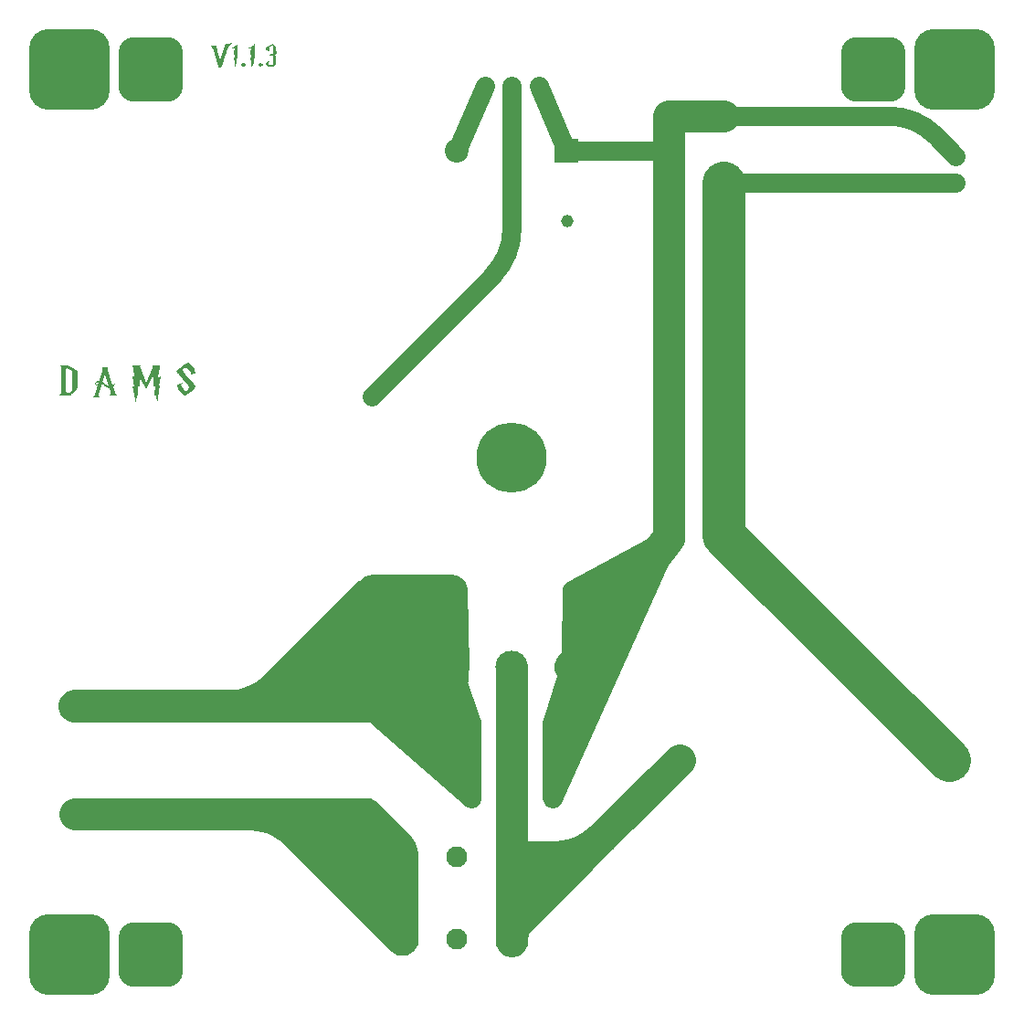
<source format=gtl>
G04*
G04 #@! TF.GenerationSoftware,Altium Limited,Altium Designer,24.0.1 (36)*
G04*
G04 Layer_Physical_Order=1*
G04 Layer_Color=16711833*
%FSLAX44Y44*%
%MOMM*%
G71*
G04*
G04 #@! TF.SameCoordinates,D455C0F4-C0DA-4954-B017-65243BD5B9B1*
G04*
G04*
G04 #@! TF.FilePolarity,Positive*
G04*
G01*
G75*
%ADD10C,0.2540*%
%ADD30C,1.8000*%
%ADD31C,3.0000*%
%ADD32C,4.0000*%
%ADD33C,1.7000*%
%ADD34R,2.4007X0.7200*%
%ADD35C,2.2000*%
%ADD36R,2.2000X2.2000*%
%ADD37C,2.2700*%
%ADD38C,1.9500*%
%ADD39C,1.5400*%
%ADD40C,3.0000*%
%ADD41R,3.0000X3.0000*%
%ADD42C,6.5000*%
%ADD43C,1.5240*%
%ADD44O,1.8000X3.8000*%
%ADD45O,3.8000X1.8000*%
%ADD46C,1.2500*%
%ADD47C,1.3600*%
%ADD48C,1.1500*%
%ADD49C,1.6000*%
%ADD50C,1.4500*%
G04:AMPARAMS|DCode=51|XSize=6mm|YSize=6mm|CornerRadius=1.5mm|HoleSize=0mm|Usage=FLASHONLY|Rotation=0.000|XOffset=0mm|YOffset=0mm|HoleType=Round|Shape=RoundedRectangle|*
%AMROUNDEDRECTD51*
21,1,6.0000,3.0000,0,0,0.0*
21,1,3.0000,6.0000,0,0,0.0*
1,1,3.0000,1.5000,-1.5000*
1,1,3.0000,-1.5000,-1.5000*
1,1,3.0000,-1.5000,1.5000*
1,1,3.0000,1.5000,1.5000*
%
%ADD51ROUNDEDRECTD51*%
G04:AMPARAMS|DCode=52|XSize=7.5mm|YSize=7.5mm|CornerRadius=1.875mm|HoleSize=0mm|Usage=FLASHONLY|Rotation=0.000|XOffset=0mm|YOffset=0mm|HoleType=Round|Shape=RoundedRectangle|*
%AMROUNDEDRECTD52*
21,1,7.5000,3.7500,0,0,0.0*
21,1,3.7500,7.5000,0,0,0.0*
1,1,3.7500,1.8750,-1.8750*
1,1,3.7500,-1.8750,-1.8750*
1,1,3.7500,-1.8750,1.8750*
1,1,3.7500,1.8750,1.8750*
%
%ADD52ROUNDEDRECTD52*%
G36*
X319377Y184427D02*
X322107Y183296D01*
X324564Y181654D01*
X325609Y180609D01*
X325609Y180609D01*
X354342Y151876D01*
X355417Y150801D01*
X357346Y148452D01*
X359034Y145924D01*
X360467Y143244D01*
X361630Y140435D01*
X362513Y137526D01*
X363106Y134545D01*
X363404Y131520D01*
Y130000D01*
Y53800D01*
Y52322D01*
X362827Y49423D01*
X361696Y46693D01*
X360054Y44236D01*
X357964Y42146D01*
X355507Y40504D01*
X352776Y39373D01*
X349878Y38796D01*
X346922D01*
X344024Y39373D01*
X341293Y40504D01*
X338836Y42146D01*
X337791Y43191D01*
X239551Y141430D01*
X239549Y141432D01*
X239545Y141437D01*
X239541Y141441D01*
X239536Y141445D01*
X239534Y141447D01*
X239534Y141447D01*
X237888Y143013D01*
X234375Y145893D01*
X230598Y148415D01*
X226591Y150555D01*
X222394Y152292D01*
X218047Y153610D01*
X213592Y154495D01*
X209071Y154941D01*
X206800Y154996D01*
X205322D01*
X202423Y155573D01*
X199693Y156704D01*
X197236Y158346D01*
X195146Y160436D01*
X193504Y162893D01*
X192373Y165623D01*
X191796Y168522D01*
Y171478D01*
X192373Y174376D01*
X193504Y177107D01*
X195146Y179564D01*
X197236Y181654D01*
X199693Y183296D01*
X202423Y184427D01*
X205322Y185004D01*
X208391D01*
X211569Y184871D01*
X214740Y184606D01*
X217897Y184210D01*
X219465Y183946D01*
Y183946D01*
X220124Y184207D01*
X221486Y184604D01*
X222879Y184870D01*
X224291Y185004D01*
X316478D01*
X319377Y184427D01*
D02*
G37*
G36*
X398318Y391443D02*
X401017Y390341D01*
X403454Y388741D01*
X405537Y386702D01*
X407189Y384300D01*
X408347Y381625D01*
X408969Y378777D01*
X409000Y377320D01*
X409000Y377320D01*
X410500Y306920D01*
X410501Y306880D01*
X410503Y306800D01*
X410503Y306720D01*
X410504Y306640D01*
Y306600D01*
Y305378D01*
X410108Y302967D01*
X409328Y300652D01*
X408184Y298493D01*
X407445Y297521D01*
X407445Y297521D01*
X419651Y260471D01*
X420099Y259886D01*
X420792Y258586D01*
X421264Y257190D01*
X421504Y255737D01*
Y255000D01*
Y185000D01*
Y183703D01*
X420771Y181214D01*
X419366Y179033D01*
X417403Y177337D01*
X415040Y176265D01*
X412471Y175903D01*
X409904Y176281D01*
X407549Y177369D01*
X406572Y178223D01*
X406572D01*
X319594Y254049D01*
X319469Y254159D01*
X319226Y254387D01*
X318992Y254624D01*
X318766Y254869D01*
X318658Y254996D01*
X43522D01*
X40623Y255573D01*
X37893Y256704D01*
X35436Y258346D01*
X33346Y260436D01*
X31704Y262893D01*
X30573Y265623D01*
X29996Y268522D01*
Y271478D01*
X30573Y274376D01*
X31704Y277107D01*
X33346Y279564D01*
X35436Y281654D01*
X37893Y283296D01*
X40623Y284427D01*
X43522Y285004D01*
X187600D01*
X189871Y285060D01*
X194392Y285504D01*
X198847Y286390D01*
X203194Y287708D01*
X207391Y289445D01*
X211398Y291585D01*
X215175Y294107D01*
X218688Y296987D01*
X220334Y298553D01*
X220336Y298555D01*
X220341Y298559D01*
X220345Y298563D01*
X220349Y298568D01*
X220351Y298570D01*
Y298570D01*
X306008Y384227D01*
X306534Y384752D01*
X307683Y385694D01*
X308919Y386517D01*
X310231Y387215D01*
X310918Y387497D01*
X310918Y387497D01*
X311966Y388567D01*
X314443Y390251D01*
X317205Y391412D01*
X320141Y392004D01*
X395458D01*
X398318Y391443D01*
D02*
G37*
G36*
X434996Y52500D02*
Y128750D01*
Y128828D01*
X434998Y128984D01*
X435001Y129141D01*
X435006Y129297D01*
X435009Y129375D01*
X434946Y130891D01*
X435429Y133887D01*
X436502Y136725D01*
X438122Y139291D01*
X440222Y141481D01*
X442719Y143206D01*
X445510Y144396D01*
X448483Y145004D01*
X450000D01*
D01*
X489600D01*
X491870Y145059D01*
X496389Y145504D01*
X500843Y146389D01*
X505189Y147706D01*
X509384Y149442D01*
X513390Y151580D01*
X517167Y154101D01*
X520679Y156979D01*
X522325Y158544D01*
D01*
X522351Y158570D01*
X523396Y159615D01*
X525854Y161257D01*
X528584Y162388D01*
X531483Y162964D01*
X534438D01*
X537337Y162388D01*
X540067Y161257D01*
X542525Y159615D01*
X544615Y157525D01*
X546257Y155068D01*
X547388Y152337D01*
X547964Y149438D01*
Y147961D01*
Y146483D01*
X547388Y143584D01*
X546257Y140854D01*
X544615Y138396D01*
X543570Y137351D01*
X543570D01*
X468529Y62310D01*
X468139Y61921D01*
X467305Y61201D01*
X466420Y60544D01*
X465490Y59954D01*
X465004Y59693D01*
Y59694D01*
Y52500D01*
Y51022D01*
X464427Y48123D01*
X463296Y45393D01*
X461654Y42936D01*
X459564Y40846D01*
X457107Y39204D01*
X454376Y38073D01*
X451478Y37496D01*
X448522D01*
X445624Y38073D01*
X442893Y39204D01*
X440436Y40846D01*
X438346Y42936D01*
X436704Y45393D01*
X435573Y48123D01*
X434996Y51022D01*
Y52500D01*
D01*
D02*
G37*
G36*
X478496Y185000D02*
Y255000D01*
Y255358D01*
X478553Y256073D01*
X478667Y256781D01*
X478836Y257477D01*
X478948Y257817D01*
Y257817D01*
X492193Y298018D01*
X491516Y298988D01*
X490484Y301117D01*
X489798Y303382D01*
X489475Y305725D01*
X489524Y308090D01*
X489942Y310419D01*
X490721Y312653D01*
X491839Y314738D01*
X492555Y315680D01*
X492555D01*
X495778Y319919D01*
X496998Y377192D01*
X497024Y378382D01*
X497691Y380667D01*
X498929Y382700D01*
X500653Y384341D01*
X501698Y384910D01*
D01*
X576001Y425457D01*
X583505Y435330D01*
X584451Y436574D01*
X586816Y438620D01*
X589551Y440134D01*
X592540Y441052D01*
X595654Y441334D01*
X598759Y440968D01*
X601722Y439969D01*
X604416Y438382D01*
X606724Y436273D01*
X608548Y433733D01*
X609809Y430873D01*
X610454Y427813D01*
Y426250D01*
Y425028D01*
X610059Y422617D01*
X609278Y420302D01*
X608134Y418143D01*
X607395Y417170D01*
Y417170D01*
X594221Y399840D01*
X495708Y181300D01*
X495288Y180366D01*
X494048Y178736D01*
X492474Y177425D01*
X490646Y176502D01*
X488657Y176012D01*
X486609Y175982D01*
X484606Y176413D01*
X482752Y177282D01*
X481140Y178545D01*
X479853Y180138D01*
X478956Y181980D01*
X478496Y183976D01*
Y185000D01*
D01*
D02*
G37*
G36*
X190301Y884406D02*
X190226Y884350D01*
X190095Y884256D01*
X189945Y884125D01*
X189739Y883956D01*
X189514Y883769D01*
X189270Y883544D01*
X189008Y883281D01*
X188726Y882982D01*
X188426Y882663D01*
X188127Y882326D01*
X187845Y881951D01*
X187546Y881557D01*
X187264Y881126D01*
X187002Y880695D01*
X186758Y880226D01*
Y880207D01*
X186721Y880170D01*
X186683Y880076D01*
X186627Y879964D01*
X186571Y879795D01*
X186477Y879589D01*
X186383Y879345D01*
X186271Y879064D01*
X186140Y878708D01*
X186008Y878333D01*
X185858Y877883D01*
X185690Y877396D01*
X185521Y876852D01*
X185315Y876233D01*
X185127Y875577D01*
X184902Y874846D01*
X181472Y863074D01*
X181453D01*
X181435Y863055D01*
X181378Y863018D01*
X181303Y862980D01*
X181172Y862906D01*
X181003Y862812D01*
X180779Y862681D01*
X180741Y862662D01*
X180666Y862624D01*
X180535Y862549D01*
X180385Y862474D01*
X180216Y862399D01*
X180029Y862324D01*
X179860Y862287D01*
X179691Y862268D01*
X179579D01*
X179466Y862249D01*
X179298Y862231D01*
X179091Y862212D01*
X178867Y862175D01*
X178604Y862118D01*
X178323Y862043D01*
X178023Y861968D01*
X177704Y861856D01*
X177386Y861725D01*
X177067Y861575D01*
X176767Y861406D01*
X176448Y861200D01*
X176167Y860956D01*
X175886Y860694D01*
Y860712D01*
X175905Y860731D01*
X175942Y860769D01*
X175961Y860787D01*
X175980Y860806D01*
X176036Y860862D01*
X176092Y860937D01*
X176280Y861143D01*
X176523Y861406D01*
X176823Y861725D01*
X177198Y862081D01*
X177610Y862456D01*
X178060Y862868D01*
X174555Y874846D01*
Y874865D01*
X174536Y874884D01*
X174518Y874996D01*
X174461Y875165D01*
X174405Y875390D01*
X174311Y875652D01*
X174236Y875952D01*
X174124Y876271D01*
X174030Y876608D01*
X173824Y877302D01*
X173711Y877639D01*
X173618Y877939D01*
X173524Y878220D01*
X173449Y878464D01*
X173374Y878670D01*
X173318Y878801D01*
X173299Y878820D01*
X173280Y878895D01*
X173224Y879026D01*
X173130Y879176D01*
X173037Y879364D01*
X172924Y879570D01*
X172793Y879814D01*
X172624Y880057D01*
X172268Y880582D01*
X171837Y881088D01*
X171593Y881313D01*
X171331Y881538D01*
X171068Y881726D01*
X170787Y881876D01*
X170750Y881894D01*
X170712Y881913D01*
X170637Y881951D01*
X170544Y882007D01*
X170431Y882063D01*
X170281Y882157D01*
X170094Y882251D01*
X170000Y882307D01*
X170056D01*
X170112Y882288D01*
X170187D01*
X170281Y882269D01*
X170412D01*
X170694Y882232D01*
X171050Y882194D01*
X171443Y882157D01*
X171875Y882119D01*
X172343Y882063D01*
X173318Y881988D01*
X173824Y881951D01*
X174293Y881932D01*
X174743Y881913D01*
X175174Y881894D01*
X175549D01*
X175886Y881913D01*
X178042Y874115D01*
X178060Y874078D01*
X178079Y873984D01*
X178117Y873815D01*
X178192Y873609D01*
X178267Y873347D01*
X178360Y873028D01*
X178454Y872672D01*
X178566Y872278D01*
X178679Y871847D01*
X178810Y871397D01*
X178960Y870910D01*
X179091Y870422D01*
X179391Y869373D01*
X179691Y868323D01*
X184340Y884050D01*
X184452D01*
X184546Y884031D01*
X184809D01*
X184977Y884013D01*
X185596D01*
X185840Y884031D01*
X186102D01*
X186683Y884069D01*
X187321Y884125D01*
X190320Y884425D01*
X190301Y884406D01*
D02*
G37*
G36*
X211558Y870629D02*
X210677Y872259D01*
X210583Y872466D01*
X210715Y865249D01*
X209946Y866636D01*
X209440Y860000D01*
X207753Y871397D01*
X208596Y870741D01*
X207678Y877602D01*
X208859Y877002D01*
X208615Y879495D01*
X205128Y879870D01*
X205147D01*
X205185Y879889D01*
X205260Y879926D01*
X205353Y879982D01*
X205485Y880039D01*
X205635Y880095D01*
X205785Y880170D01*
X205972Y880264D01*
X206384Y880470D01*
X206872Y880714D01*
X207378Y880976D01*
X207922Y881276D01*
X208465Y881576D01*
X209009Y881913D01*
X209552Y882269D01*
X210040Y882626D01*
X210508Y882982D01*
X210902Y883356D01*
X211089Y883525D01*
X211239Y883713D01*
X211371Y883900D01*
X211483Y884069D01*
X211558Y870629D01*
D02*
G37*
G36*
X195943D02*
X195062Y872259D01*
X194969Y872466D01*
X195100Y865249D01*
X194331Y866636D01*
X193825Y860000D01*
X192138Y871397D01*
X192982Y870741D01*
X192063Y877602D01*
X193244Y877002D01*
X193000Y879495D01*
X189514Y879870D01*
X189533D01*
X189570Y879889D01*
X189645Y879926D01*
X189739Y879982D01*
X189870Y880039D01*
X190020Y880095D01*
X190170Y880170D01*
X190357Y880264D01*
X190770Y880470D01*
X191257Y880714D01*
X191763Y880976D01*
X192307Y881276D01*
X192850Y881576D01*
X193394Y881913D01*
X193938Y882269D01*
X194425Y882626D01*
X194894Y882982D01*
X195287Y883356D01*
X195475Y883525D01*
X195625Y883713D01*
X195756Y883900D01*
X195868Y884069D01*
X195943Y870629D01*
D02*
G37*
G36*
X231578Y880676D02*
X231728Y875034D01*
X229928Y873497D01*
X231578Y871734D01*
Y864124D01*
X228279Y862381D01*
X228166D01*
X223911Y862606D01*
X221699Y865455D01*
Y865474D01*
X221737Y865549D01*
X221774Y865642D01*
X221831Y865773D01*
X221905Y865923D01*
X222018Y866111D01*
X222168Y866298D01*
X222337Y866505D01*
X222543Y866730D01*
X222787Y866936D01*
X223086Y867142D01*
X223424Y867329D01*
X223799Y867517D01*
X224230Y867685D01*
X224717Y867817D01*
X225261Y867929D01*
X225242Y867911D01*
X225223Y867873D01*
X225167Y867817D01*
X225092Y867723D01*
X224942Y867498D01*
X224755Y867254D01*
X224548Y866973D01*
X224399Y866711D01*
X224267Y866505D01*
X224249Y866411D01*
X224230Y866355D01*
Y866336D01*
Y866298D01*
X224249Y866242D01*
X224267Y866148D01*
X224342Y865923D01*
X224399Y865792D01*
X224492Y865661D01*
X225373Y864068D01*
X228054Y864255D01*
X228673Y865024D01*
X228335Y872859D01*
X225261D01*
X225673Y874396D01*
X228054Y874528D01*
X228673Y875296D01*
X228298Y882326D01*
X224905Y881013D01*
X224998Y879814D01*
X224980Y879776D01*
X224961Y879682D01*
X224923Y879532D01*
X224905Y879345D01*
Y879326D01*
Y879289D01*
Y879233D01*
X224923Y879158D01*
X224942Y879045D01*
X224961Y878933D01*
X225055Y878652D01*
X225205Y878314D01*
X225298Y878145D01*
X225411Y877958D01*
X225561Y877770D01*
X225730Y877564D01*
X225917Y877377D01*
X226123Y877189D01*
X226104D01*
X226067Y877208D01*
X225992D01*
X225898Y877227D01*
X225767Y877246D01*
X225636Y877264D01*
X225317Y877339D01*
X224980Y877396D01*
X224605Y877470D01*
X224249Y877564D01*
X223930Y877639D01*
X223911D01*
X223855Y877658D01*
X223780Y877677D01*
X223686Y877714D01*
X223555Y877752D01*
X223405Y877789D01*
X223086Y877902D01*
X222712Y878052D01*
X222355Y878202D01*
X221999Y878389D01*
X221849Y878502D01*
X221699Y878595D01*
Y880732D01*
X225036Y882401D01*
X228841Y883919D01*
X231578Y880676D01*
D02*
G37*
G36*
X217707Y866148D02*
X217800Y866017D01*
X217894Y865886D01*
X218006Y865792D01*
X218213Y865642D01*
X218438Y865530D01*
X218625Y865474D01*
X218794Y865455D01*
X218944D01*
X219112Y864012D01*
X218888Y863993D01*
X218700Y863955D01*
X218513Y863880D01*
X218363Y863824D01*
X218250Y863749D01*
X218156Y863674D01*
X218100Y863637D01*
X218081Y863618D01*
X217950Y863468D01*
X217857Y863299D01*
X217800Y863130D01*
X217763Y862962D01*
Y862831D01*
Y862718D01*
Y862624D01*
Y862606D01*
X216001Y862681D01*
X215944Y862887D01*
X215851Y863055D01*
X215776Y863224D01*
X215682Y863355D01*
X215588Y863468D01*
X215476Y863562D01*
X215288Y863693D01*
X215101Y863786D01*
X214951Y863824D01*
X214839Y863843D01*
X214801D01*
X214688Y865155D01*
X214932D01*
X215138Y865174D01*
X215307Y865211D01*
X215438Y865267D01*
X215532Y865305D01*
X215588Y865342D01*
X215626Y865361D01*
X215645Y865380D01*
X215701Y865436D01*
X215738Y865530D01*
X215795Y865642D01*
X215851Y865773D01*
X215888Y865886D01*
X215926Y865980D01*
X215944Y866055D01*
Y866074D01*
X217631Y866317D01*
X217707Y866148D01*
D02*
G37*
G36*
X202092D02*
X202185Y866017D01*
X202279Y865886D01*
X202392Y865792D01*
X202598Y865642D01*
X202823Y865530D01*
X203010Y865474D01*
X203179Y865455D01*
X203329D01*
X203498Y864012D01*
X203273Y863993D01*
X203085Y863955D01*
X202898Y863880D01*
X202748Y863824D01*
X202635Y863749D01*
X202542Y863674D01*
X202485Y863637D01*
X202467Y863618D01*
X202335Y863468D01*
X202242Y863299D01*
X202185Y863130D01*
X202148Y862962D01*
Y862831D01*
Y862718D01*
Y862624D01*
Y862606D01*
X200386Y862681D01*
X200330Y862887D01*
X200236Y863055D01*
X200161Y863224D01*
X200067Y863355D01*
X199974Y863468D01*
X199861Y863562D01*
X199674Y863693D01*
X199486Y863786D01*
X199336Y863824D01*
X199224Y863843D01*
X199186D01*
X199074Y865155D01*
X199317D01*
X199524Y865174D01*
X199692Y865211D01*
X199824Y865267D01*
X199917Y865305D01*
X199974Y865342D01*
X200011Y865361D01*
X200030Y865380D01*
X200086Y865436D01*
X200124Y865530D01*
X200180Y865642D01*
X200236Y865773D01*
X200273Y865886D01*
X200311Y865980D01*
X200330Y866055D01*
Y866074D01*
X202017Y866317D01*
X202092Y866148D01*
D02*
G37*
G36*
X150269Y588715D02*
X150369Y588690D01*
X150469Y588615D01*
X155493Y582567D01*
X155518Y582542D01*
X155543Y582467D01*
X155593Y582367D01*
X155668Y582217D01*
X155743Y582017D01*
X155818Y581817D01*
X156018Y581342D01*
X156218Y580842D01*
X156368Y580342D01*
X156493Y579917D01*
X156543Y579717D01*
Y579567D01*
Y579517D01*
X156518Y579417D01*
X156493Y579268D01*
X156418Y579067D01*
X156293Y578818D01*
X156118Y578568D01*
X155868Y578318D01*
X155543Y578093D01*
X151544Y577093D01*
X151494Y577368D01*
X151519Y577393D01*
X151569Y577443D01*
X151669Y577518D01*
X151794Y577643D01*
X151944Y577768D01*
X152119Y577893D01*
X152544Y578168D01*
X152569Y578193D01*
X152619Y578218D01*
X152669Y578293D01*
X152694Y578368D01*
X152744Y578493D01*
X152794Y578643D01*
X152844Y578843D01*
X152818Y578893D01*
X152744Y579043D01*
X152694Y579142D01*
X152619Y579292D01*
X152494Y579442D01*
X152369Y579642D01*
X152219Y579842D01*
X152019Y580092D01*
X151794Y580342D01*
X151519Y580642D01*
X151219Y580942D01*
X150869Y581292D01*
X150469Y581642D01*
X150019Y582042D01*
X149994Y582067D01*
X149919Y582142D01*
X149794Y582242D01*
X149619Y582392D01*
X149419Y582542D01*
X149170Y582717D01*
X148645Y583116D01*
X148095Y583491D01*
X147795Y583641D01*
X147520Y583791D01*
X147245Y583916D01*
X147020Y583991D01*
X146795Y584016D01*
X146570D01*
X146495Y583991D01*
X146395Y583916D01*
X146270Y583841D01*
X146095Y583691D01*
X145895Y583516D01*
X145695Y583266D01*
X145470Y582942D01*
X145445Y582892D01*
X145370Y582792D01*
X145271Y582617D01*
X145170Y582392D01*
X145070Y582167D01*
X144971Y581917D01*
X144896Y581667D01*
X144871Y581442D01*
Y581417D01*
Y581367D01*
X144896Y581267D01*
X144921Y581142D01*
X145021Y580817D01*
X145096Y580642D01*
X145220Y580467D01*
X145246Y580442D01*
X145345Y580317D01*
X145495Y580142D01*
X145695Y579867D01*
X145970Y579542D01*
X146295Y579142D01*
X146695Y578668D01*
X147145Y578143D01*
X147670Y577543D01*
X148245Y576868D01*
X148895Y576118D01*
X149619Y575318D01*
X150394Y574469D01*
X151219Y573519D01*
X152144Y572544D01*
X153118Y571494D01*
X153168Y571445D01*
X153293Y571320D01*
X153493Y571095D01*
X153743Y570820D01*
X154018Y570495D01*
X154368Y570120D01*
X154718Y569695D01*
X155093Y569270D01*
X155793Y568345D01*
X156143Y567895D01*
X156443Y567445D01*
X156692Y567021D01*
X156868Y566646D01*
X156993Y566321D01*
X157043Y566046D01*
Y566021D01*
Y565971D01*
X157017Y565896D01*
X156993Y565796D01*
X156943Y565671D01*
X156892Y565546D01*
X156792Y565421D01*
X156668Y565296D01*
X156218Y565196D01*
X156268Y564871D01*
X156243D01*
X156218Y564821D01*
X156143Y564771D01*
X156043Y564671D01*
X155893Y564571D01*
X155743Y564421D01*
X155518Y564271D01*
X155293Y564071D01*
X155018Y563846D01*
X154693Y563572D01*
X154318Y563297D01*
X153918Y562972D01*
X153493Y562597D01*
X152993Y562197D01*
X152444Y561772D01*
X151869Y561297D01*
X151819Y561247D01*
X151694Y561147D01*
X151469Y560972D01*
X151169Y560747D01*
X150819Y560497D01*
X150444Y560197D01*
X149994Y559897D01*
X149544Y559572D01*
X148595Y558948D01*
X148095Y558648D01*
X147645Y558398D01*
X147195Y558173D01*
X146795Y557998D01*
X146445Y557898D01*
X146145Y557848D01*
X146120D01*
X146045Y557873D01*
X145945Y557898D01*
X145870Y557973D01*
X140847Y563996D01*
Y564021D01*
X140797Y564096D01*
X140747Y564221D01*
X140672Y564371D01*
X140597Y564546D01*
X140522Y564746D01*
X140322Y565221D01*
X140122Y565721D01*
X139972Y566196D01*
X139847Y566646D01*
X139822Y566821D01*
X139797Y566971D01*
Y567021D01*
X139822Y567121D01*
X139847Y567296D01*
X139922Y567495D01*
X140022Y567745D01*
X140197Y567995D01*
X140422Y568245D01*
X140747Y568470D01*
X142171Y569345D01*
X145220Y570070D01*
X145196Y570045D01*
X145120Y569970D01*
X145021Y569870D01*
X144871Y569745D01*
X144696Y569595D01*
X144521Y569420D01*
X144096Y569070D01*
X144071Y569045D01*
X143996Y568970D01*
X143896Y568820D01*
X143796Y568670D01*
X143671Y568470D01*
X143571Y568245D01*
X143471Y567995D01*
X143421Y567745D01*
X143446Y567696D01*
X143471Y567645D01*
X143496Y567546D01*
X143546Y567445D01*
X143596Y567296D01*
X143696Y567121D01*
X143796Y566921D01*
X143921Y566696D01*
X144071Y566446D01*
X144246Y566146D01*
X144446Y565846D01*
X144671Y565496D01*
X144946Y565096D01*
X145246Y564696D01*
X145570Y564246D01*
X145595Y564221D01*
X145670Y564121D01*
X145770Y563996D01*
X145895Y563821D01*
X146070Y563621D01*
X146245Y563422D01*
X146670Y562947D01*
X147120Y562472D01*
X147345Y562247D01*
X147570Y562072D01*
X147770Y561922D01*
X147970Y561822D01*
X148120Y561772D01*
X148270D01*
Y561797D01*
X148295Y561822D01*
X148345Y561897D01*
X148395Y561997D01*
X148495Y562122D01*
X148595Y562272D01*
X148720Y562447D01*
X148845Y562647D01*
X149220Y563122D01*
X149419Y563397D01*
X149669Y563697D01*
X149919Y564021D01*
X150219Y564371D01*
X150544Y564746D01*
X150894Y565121D01*
X150597Y565053D01*
X150619Y565096D01*
X150744Y565196D01*
X150844Y565396D01*
X150869Y565496D01*
X150894Y565646D01*
Y565671D01*
Y565696D01*
X150844Y565771D01*
X150794Y565896D01*
X150719Y566071D01*
X150594Y566296D01*
X150394Y566596D01*
X150169Y566946D01*
X149844Y567396D01*
X149469Y567920D01*
X148995Y568545D01*
X148720Y568870D01*
X148420Y569245D01*
X148095Y569645D01*
X147770Y570070D01*
X147370Y570545D01*
X146970Y571020D01*
X146545Y571544D01*
X146070Y572069D01*
X145570Y572669D01*
X145045Y573269D01*
X145021Y573294D01*
X144971Y573344D01*
X144896Y573444D01*
X144796Y573569D01*
X144671Y573719D01*
X144496Y573894D01*
X144321Y574094D01*
X144121Y574319D01*
X143696Y574844D01*
X143196Y575419D01*
X142671Y576043D01*
X142121Y576693D01*
X141571Y577343D01*
X141047Y577993D01*
X140547Y578593D01*
X140122Y579168D01*
X139747Y579642D01*
X139572Y579867D01*
X139447Y580067D01*
X139347Y580217D01*
X139272Y580342D01*
X139222Y580442D01*
X139197Y580517D01*
Y580542D01*
Y580567D01*
X139222Y580692D01*
X139297Y580867D01*
X139422Y580992D01*
X140022Y581717D01*
X144471Y585266D01*
X144496D01*
X144521Y585316D01*
X144671Y585416D01*
X144871Y585591D01*
X145170Y585816D01*
X145520Y586066D01*
X145920Y586366D01*
X146345Y586691D01*
X146820Y587015D01*
X147770Y587640D01*
X148245Y587940D01*
X148695Y588190D01*
X149120Y588415D01*
X149519Y588590D01*
X149869Y588690D01*
X150144Y588740D01*
X150169D01*
X150269Y588715D01*
D02*
G37*
G36*
X124251Y586166D02*
X124176Y586091D01*
X124076Y585966D01*
X123926Y585766D01*
X123751Y585491D01*
X123651Y585316D01*
X123526Y585116D01*
X123401Y584891D01*
X123251Y584641D01*
X122076Y575144D01*
X124101Y576043D01*
X122551Y566046D01*
X124001Y567021D01*
X121102Y550400D01*
X120227Y560047D01*
X118927Y558048D01*
X119177Y568545D01*
X119027Y568220D01*
X117478Y565896D01*
X117578Y577468D01*
X110929Y563722D01*
X104806Y575269D01*
X104856Y565496D01*
X103306Y567820D01*
X103156Y568145D01*
X103406Y557648D01*
X102107Y559647D01*
X101232Y550000D01*
X98333Y566621D01*
X99782Y565646D01*
X98232Y575643D01*
X100257Y574744D01*
X99132Y584316D01*
X98657Y585141D01*
X98632Y585166D01*
X98607Y585216D01*
X98457Y585366D01*
X98208Y585541D01*
X98083Y585641D01*
X97933Y585691D01*
X98732D01*
X105131Y586191D01*
X106005Y586091D01*
X105981D01*
X105906Y586041D01*
X105806Y585966D01*
X105706Y585841D01*
X105606Y585616D01*
X105506Y585341D01*
X105456Y585141D01*
X105431Y584941D01*
X105406Y584716D01*
Y584441D01*
Y584416D01*
X105431Y584366D01*
Y584266D01*
X105481Y584166D01*
X105531Y584016D01*
X105581Y583816D01*
X105681Y583566D01*
X111004Y570070D01*
X116803Y583316D01*
Y583341D01*
X116828Y583366D01*
X116878Y583491D01*
X116953Y583666D01*
X117053Y583891D01*
X117128Y584116D01*
X117203Y584341D01*
X117253Y584516D01*
X117278Y584641D01*
Y584666D01*
Y584766D01*
Y584916D01*
Y585066D01*
Y585241D01*
Y585391D01*
X117253Y585491D01*
Y585566D01*
Y585591D01*
X117203Y585641D01*
X117153Y585741D01*
X117078Y585841D01*
X116928Y585941D01*
X116778Y586041D01*
X116553Y586141D01*
X116278Y586191D01*
X124301D01*
X124251Y586166D01*
D02*
G37*
G36*
X150594Y565046D02*
X150569D01*
X150597Y565053D01*
X150594Y565046D01*
D02*
G37*
G36*
X75988Y584441D02*
X75888Y584391D01*
X75788Y584266D01*
X75638Y584116D01*
X75513Y583866D01*
X75388Y583566D01*
X75288Y583167D01*
X75263Y582692D01*
Y582667D01*
Y582592D01*
X75288Y582492D01*
Y582342D01*
X75313Y582167D01*
X75363Y581942D01*
X75413Y581692D01*
X75488Y581417D01*
X79937Y567696D01*
X79962Y567720D01*
X80062Y567770D01*
X80237Y567845D01*
X80462Y567970D01*
X80762Y568120D01*
X81162Y568320D01*
X81612Y568570D01*
X82137Y568870D01*
Y568845D01*
X82087Y568795D01*
X82037Y568720D01*
X81987Y568595D01*
X81812Y568295D01*
X81587Y567920D01*
X81312Y567520D01*
X80987Y567096D01*
X80662Y566671D01*
X80337Y566296D01*
X81937Y561322D01*
Y561297D01*
X81962Y561272D01*
X82012Y561122D01*
X82087Y560922D01*
X82162Y560697D01*
X82237Y560472D01*
X82312Y560272D01*
X82387Y560122D01*
Y560072D01*
X82412Y560047D01*
X82437Y560022D01*
X82462Y559947D01*
X82512Y559823D01*
X82612Y559697D01*
X82711Y559523D01*
X82837Y559348D01*
X83011Y559148D01*
X83186Y558973D01*
X84336Y558298D01*
X76263D01*
X77263Y558973D01*
X77288D01*
X77388Y559023D01*
X77538Y559098D01*
X77688Y559198D01*
X77838Y559348D01*
X77988Y559572D01*
X78088Y559823D01*
X78113Y560172D01*
Y560197D01*
Y560222D01*
X78088Y560297D01*
Y560422D01*
X78038Y560572D01*
X77988Y560772D01*
X77913Y561022D01*
X77813Y561347D01*
X76788Y564771D01*
X76763D01*
X76663Y564796D01*
X76538Y564846D01*
X76338Y564921D01*
X76088Y565021D01*
X75788Y565146D01*
X75438Y565296D01*
X75038Y565521D01*
X74589Y565771D01*
X74089Y566071D01*
X73564Y566421D01*
X72964Y566846D01*
X72339Y567321D01*
X71689Y567845D01*
X70989Y568470D01*
X70240Y569145D01*
X70065Y568595D01*
X66940Y558973D01*
Y558948D01*
X66915Y558848D01*
X66866Y558698D01*
X66841Y558523D01*
X66741Y558148D01*
X66716Y557948D01*
Y557773D01*
Y557748D01*
X66741Y557673D01*
X66766Y557523D01*
X66866Y557373D01*
X66990Y557198D01*
X67190Y556998D01*
X67490Y556798D01*
X67665Y556723D01*
X67865Y556623D01*
X66216Y556523D01*
X63566D01*
X61567Y556623D01*
X61617Y556648D01*
X61717Y556673D01*
X61892Y556748D01*
X62092Y556823D01*
X62292Y556923D01*
X62492Y557048D01*
X62667Y557173D01*
X62792Y557323D01*
Y557348D01*
X62817Y557373D01*
X62842Y557448D01*
X62892Y557573D01*
X62942Y557748D01*
X63017Y557973D01*
X63116Y558273D01*
X63242Y558648D01*
X67041Y570420D01*
X66965D01*
X66866Y570395D01*
X66741D01*
X66591Y570345D01*
X66416Y570320D01*
X66016Y570195D01*
X65541Y570020D01*
X65041Y569745D01*
X64791Y569595D01*
X64516Y569395D01*
X64266Y569195D01*
X64016Y568945D01*
X64966Y567171D01*
X63166Y569145D01*
X63191Y569170D01*
X63242Y569245D01*
X63366Y569395D01*
X63491Y569545D01*
X63666Y569745D01*
X63891Y569970D01*
X64141Y570220D01*
X64416Y570470D01*
X64716Y570720D01*
X65041Y570970D01*
X65391Y571220D01*
X65791Y571445D01*
X66191Y571644D01*
X66616Y571819D01*
X67066Y571944D01*
X67515Y572044D01*
X70365Y581017D01*
X70390Y581067D01*
X70415Y581192D01*
X70465Y581367D01*
X70540Y581592D01*
X70640Y582092D01*
X70665Y582342D01*
X70690Y582567D01*
Y582592D01*
Y582642D01*
Y582717D01*
Y582817D01*
X70665Y583066D01*
X70615Y583366D01*
X70515Y583691D01*
X70415Y584016D01*
X70240Y584266D01*
X70140Y584391D01*
X70015Y584466D01*
X76013D01*
X75988Y584441D01*
D02*
G37*
G36*
X37173Y586241D02*
X37073Y586141D01*
X37498D01*
X37523Y586116D01*
X37598Y586091D01*
X37698Y586041D01*
X37823Y585991D01*
X37973Y585941D01*
X38348Y585791D01*
X38798Y585591D01*
X39323Y585341D01*
X39922Y585066D01*
X40597Y584741D01*
X41322Y584366D01*
X42097Y583966D01*
X42897Y583516D01*
X43747Y583041D01*
X44621Y582492D01*
X45496Y581917D01*
X46371Y581317D01*
X47271Y580667D01*
Y580642D01*
Y580592D01*
Y580517D01*
X47296Y580417D01*
Y580267D01*
Y580092D01*
X47321Y579892D01*
Y579667D01*
X47345Y579168D01*
X47371Y578543D01*
X47396Y577868D01*
X47446Y577118D01*
X47470Y576293D01*
X47495Y575419D01*
X47520Y574519D01*
X47545Y573594D01*
X47571Y571644D01*
X47596Y569695D01*
Y569670D01*
Y569620D01*
Y569545D01*
Y569445D01*
Y569295D01*
Y569095D01*
Y568895D01*
X47571Y568645D01*
Y568370D01*
Y568070D01*
X47545Y567720D01*
Y567346D01*
X47520Y566946D01*
Y566496D01*
X47495Y566021D01*
X47470Y565521D01*
Y565496D01*
X47446Y565446D01*
X47421Y565371D01*
X47371Y565246D01*
X47296Y565071D01*
X47196Y564871D01*
X47071Y564646D01*
X46896Y564396D01*
X46696Y564096D01*
X46471Y563797D01*
X46196Y563447D01*
X45871Y563047D01*
X45496Y562647D01*
X45071Y562197D01*
X44596Y561747D01*
X44046Y561247D01*
X44021Y561222D01*
X43971Y561172D01*
X43871Y561097D01*
X43747Y560997D01*
X43597Y560872D01*
X43422Y560697D01*
X43197Y560522D01*
X42972Y560322D01*
X42447Y559873D01*
X41847Y559373D01*
X41222Y558848D01*
X40547Y558298D01*
X39323Y558098D01*
X39123D01*
X30000Y558173D01*
X30025D01*
X30100Y558198D01*
X30200Y558248D01*
X30350Y558298D01*
X30525Y558373D01*
X30700Y558473D01*
X31125Y558723D01*
X31525Y559048D01*
X31700Y559248D01*
X31874Y559473D01*
X32025Y559723D01*
X32124Y559972D01*
X32199Y560272D01*
X32224Y560572D01*
X31999Y584241D01*
Y584266D01*
Y584291D01*
X31974Y584366D01*
X31950Y584466D01*
X31874Y584716D01*
X31749Y585016D01*
X31575Y585341D01*
X31300Y585691D01*
X31150Y585841D01*
X30950Y585991D01*
X30750Y586141D01*
X30500Y586266D01*
X37223D01*
X37173Y586241D01*
D02*
G37*
%LPC*%
G36*
X72839Y577818D02*
X70715Y570645D01*
X70765Y570620D01*
X70865Y570520D01*
X71014Y570370D01*
X71264Y570170D01*
X71539Y569945D01*
X71839Y569670D01*
X72214Y569395D01*
X72589Y569095D01*
X73439Y568495D01*
X73864Y568220D01*
X74314Y567945D01*
X74763Y567696D01*
X75213Y567495D01*
X75638Y567346D01*
X76038Y567221D01*
X75613Y568595D01*
X72839Y577818D01*
D02*
G37*
G36*
X37073Y583791D02*
Y583766D01*
X37048Y583666D01*
X36998Y583516D01*
X36948Y583292D01*
X36898Y583017D01*
X36823Y582667D01*
X36773Y582242D01*
X36723Y581767D01*
Y581742D01*
Y581717D01*
Y581642D01*
X36698Y581542D01*
X36673Y581292D01*
X36623Y580992D01*
X36573Y580667D01*
X36523Y580342D01*
X36448Y580042D01*
X36348Y579767D01*
X36523Y561922D01*
Y561897D01*
X36548Y561847D01*
X36573Y561747D01*
X36598Y561647D01*
X36648Y561622D01*
X36773Y561547D01*
X36998Y561422D01*
X37298Y561247D01*
X37673Y561072D01*
X38148Y560872D01*
X38698Y560647D01*
X39323Y560447D01*
X39348Y560472D01*
X39473Y560522D01*
X39622Y560622D01*
X39848Y560772D01*
X40097Y560922D01*
X40397Y561147D01*
X40697Y561397D01*
X41047Y561672D01*
X41072D01*
X41097Y561722D01*
X41222Y561847D01*
X41397Y562022D01*
X41622Y562247D01*
X41872Y562497D01*
X42072Y562772D01*
X42272Y563047D01*
X42397Y563322D01*
Y579917D01*
Y579942D01*
X42372Y579967D01*
X42347Y580042D01*
X42297Y580142D01*
X42172Y580417D01*
X41947Y580742D01*
X41672Y581092D01*
X41472Y581292D01*
X41272Y581492D01*
X41022Y581692D01*
X40772Y581892D01*
X40472Y582092D01*
X40147Y582292D01*
X40097Y582317D01*
X39947Y582392D01*
X39722Y582492D01*
X39373Y582667D01*
X38948Y582867D01*
X38423Y583116D01*
X37798Y583441D01*
X37073Y583791D01*
D02*
G37*
%LPD*%
D10*
X599250Y785000D02*
X599250Y785000D01*
X321639Y375698D02*
G03*
X316618Y373618I0J-7101D01*
G01*
X450000Y168884D02*
G03*
X450095Y168655I324J0D01*
G01*
X500800Y720000D02*
X501250D01*
D30*
X842460Y799040D02*
G03*
X799100Y817000I-43361J-43361D01*
G01*
X432039Y669040D02*
G03*
X450000Y712400I-43361J43361D01*
G01*
X399200Y785000D02*
X425000Y845000D01*
X475000D02*
X500800Y785000D01*
X599250D01*
X646250Y817000D02*
X799100D01*
X842460Y799040D02*
X861500Y780000D01*
X646250Y755000D02*
X861500D01*
X325511Y260836D02*
X412500Y185000D01*
X315000Y270000D02*
X325511Y260836D01*
X450000Y712400D02*
Y845000D01*
X320000Y557000D02*
X432039Y669040D01*
X412500Y185000D02*
Y255000D01*
X487500D02*
X504500Y306600D01*
X487500Y185000D02*
Y255000D01*
Y185000D02*
X596250Y426250D01*
X506000Y377000D02*
X596250Y426250D01*
X504500Y306600D02*
X506000Y377000D01*
D31*
X457920Y72920D02*
G03*
X450000Y53800I19120J-19120D01*
G01*
X489600Y130000D02*
G03*
X532961Y147961I0J61321D01*
G01*
X348400Y130000D02*
G03*
X343733Y141267I-15934J0D01*
G01*
X250161Y152039D02*
G03*
X206800Y170000I-43361J-43361D01*
G01*
X187600Y270000D02*
G03*
X230961Y287960I0J61321D01*
G01*
X595450Y785000D02*
X595450Y640500D01*
X595450Y533500D01*
X595450Y426250D01*
X457920Y72920D02*
X532961Y147961D01*
X605000Y220000D01*
X450000Y130000D02*
X489600D01*
X348400Y53800D02*
Y130000D01*
X225000Y170000D02*
X315000D01*
X343733Y141267D01*
X250161Y152039D02*
X348400Y53800D01*
X45000Y170000D02*
X206800D01*
X315000Y270000D02*
X333500D01*
X230961Y287960D02*
X316618Y373618D01*
X320000Y377000D01*
X187600Y270000D02*
X315000D01*
X45000D02*
X135000D01*
X187600D01*
X321639Y377000D02*
X394000D01*
X320000D02*
X321639D01*
X595450Y817000D02*
X646250D01*
X504500Y306600D02*
X595450Y426250D01*
X394000Y377000D02*
X395500Y306600D01*
X450000Y128700D02*
Y168655D01*
Y168884D02*
Y306600D01*
Y168655D02*
Y168884D01*
X595450Y785000D02*
Y817000D01*
X450000Y52500D02*
Y128750D01*
D32*
X646250Y720000D02*
X646250Y640500D01*
X646250Y533500D01*
X646250Y428750D01*
X855000Y220000D01*
X646250Y720000D02*
Y755000D01*
D33*
X395500Y306600D02*
X412500Y255000D01*
D34*
X219003Y181400D02*
D03*
D35*
X399200Y785000D02*
D03*
D36*
X500800D02*
D03*
D37*
X605000Y220000D02*
D03*
X855000D02*
D03*
D38*
X348400Y53800D02*
D03*
Y130000D02*
D03*
X450000Y53800D02*
D03*
X399200D02*
D03*
X450000Y130000D02*
D03*
X399200D02*
D03*
D39*
X861500Y780000D02*
D03*
Y755000D02*
D03*
D40*
X450000Y306600D02*
D03*
X504500D02*
D03*
D41*
X395500D02*
D03*
D42*
X450000Y500000D02*
D03*
D43*
X45000Y170000D02*
D03*
Y270000D02*
D03*
X225000D02*
D03*
Y170000D02*
D03*
X315000Y270000D02*
D03*
Y170000D02*
D03*
X487500Y185000D02*
D03*
X412500D02*
D03*
X487500Y255000D02*
D03*
X412500D02*
D03*
X135000Y170000D02*
D03*
Y270000D02*
D03*
D44*
X599250Y785000D02*
D03*
D45*
X646250Y817000D02*
D03*
Y755000D02*
D03*
D46*
X320000Y557000D02*
D03*
Y377000D02*
D03*
D47*
X596000Y640500D02*
D03*
X646000D02*
D03*
X596000Y533500D02*
D03*
X646000D02*
D03*
X596250Y426250D02*
D03*
X646250D02*
D03*
D48*
X646500Y720000D02*
D03*
X501500D02*
D03*
D49*
X450000Y845000D02*
D03*
X425000D02*
D03*
X475000D02*
D03*
D50*
X394000Y377000D02*
D03*
X506000D02*
D03*
D51*
X115000Y40000D02*
D03*
X785000D02*
D03*
Y860000D02*
D03*
X115000D02*
D03*
D52*
X40000Y40000D02*
D03*
X860000D02*
D03*
Y860000D02*
D03*
X40000D02*
D03*
M02*

</source>
